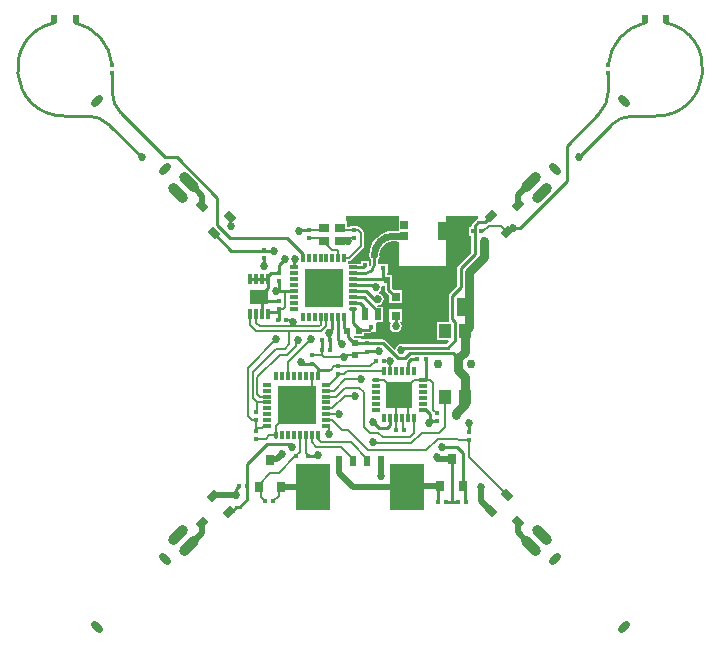
<source format=gtl>
%FSLAX25Y25*%
%MOIN*%
G70*
G01*
G75*
G04 Layer_Physical_Order=1*
G04 Layer_Color=255*
%ADD10C,0.01000*%
%ADD11C,0.02200*%
%ADD12C,0.01100*%
%ADD13R,0.02205X0.02677*%
%ADD14R,0.11811X0.15748*%
%ADD15R,0.01181X0.01575*%
%ADD16R,0.01575X0.01772*%
%ADD17R,0.01772X0.01575*%
%ADD18R,0.02362X0.01969*%
%ADD19R,0.01969X0.02362*%
%ADD20R,0.05315X0.05906*%
%ADD21R,0.01969X0.03937*%
%ADD22R,0.03100X0.03100*%
%ADD23R,0.03150X0.01181*%
%ADD24R,0.01181X0.03150*%
%ADD25O,0.01181X0.03150*%
%ADD26R,0.12598X0.12598*%
%ADD27R,0.12598X0.12598*%
%ADD28O,0.03150X0.01181*%
%ADD29R,0.02559X0.03740*%
G04:AMPARAMS|DCode=30|XSize=37.4mil|YSize=25.59mil|CornerRadius=0mil|HoleSize=0mil|Usage=FLASHONLY|Rotation=315.000|XOffset=0mil|YOffset=0mil|HoleType=Round|Shape=Rectangle|*
%AMROTATEDRECTD30*
4,1,4,-0.02227,0.00418,-0.00418,0.02227,0.02227,-0.00418,0.00418,-0.02227,-0.02227,0.00418,0.0*
%
%ADD30ROTATEDRECTD30*%

G04:AMPARAMS|DCode=31|XSize=37.4mil|YSize=25.59mil|CornerRadius=0mil|HoleSize=0mil|Usage=FLASHONLY|Rotation=225.000|XOffset=0mil|YOffset=0mil|HoleType=Round|Shape=Rectangle|*
%AMROTATEDRECTD31*
4,1,4,0.00418,0.02227,0.02227,0.00418,-0.00418,-0.02227,-0.02227,-0.00418,0.00418,0.02227,0.0*
%
%ADD31ROTATEDRECTD31*%

%ADD32R,0.03543X0.03150*%
%ADD33R,0.06299X0.05118*%
%ADD34R,0.01181X0.03543*%
%ADD35R,0.03150X0.06299*%
%ADD36R,0.03150X0.02559*%
%ADD37R,0.03937X0.04724*%
%ADD38R,0.02756X0.03150*%
%ADD39R,0.02362X0.03347*%
%ADD40C,0.03000*%
%ADD41C,0.00800*%
%ADD42C,0.02000*%
G04:AMPARAMS|DCode=43|XSize=35.43mil|YSize=78.74mil|CornerRadius=0mil|HoleSize=0mil|Usage=FLASHONLY|Rotation=45.000|XOffset=0mil|YOffset=0mil|HoleType=Round|Shape=Round|*
%AMOVALD43*
21,1,0.04331,0.03543,0.00000,0.00000,135.0*
1,1,0.03543,0.01531,-0.01531*
1,1,0.03543,-0.01531,0.01531*
%
%ADD43OVALD43*%

G04:AMPARAMS|DCode=44|XSize=47.24mil|YSize=23.62mil|CornerRadius=0mil|HoleSize=0mil|Usage=FLASHONLY|Rotation=45.000|XOffset=0mil|YOffset=0mil|HoleType=Round|Shape=Round|*
%AMOVALD44*
21,1,0.02362,0.02362,0.00000,0.00000,45.0*
1,1,0.02362,-0.00835,-0.00835*
1,1,0.02362,0.00835,0.00835*
%
%ADD44OVALD44*%

G04:AMPARAMS|DCode=45|XSize=47.24mil|YSize=23.62mil|CornerRadius=0mil|HoleSize=0mil|Usage=FLASHONLY|Rotation=315.000|XOffset=0mil|YOffset=0mil|HoleType=Round|Shape=Round|*
%AMOVALD45*
21,1,0.02362,0.02362,0.00000,0.00000,315.0*
1,1,0.02362,-0.00835,0.00835*
1,1,0.02362,0.00835,-0.00835*
%
%ADD45OVALD45*%

G04:AMPARAMS|DCode=46|XSize=35.43mil|YSize=78.74mil|CornerRadius=0mil|HoleSize=0mil|Usage=FLASHONLY|Rotation=315.000|XOffset=0mil|YOffset=0mil|HoleType=Round|Shape=Round|*
%AMOVALD46*
21,1,0.04331,0.03543,0.00000,0.00000,45.0*
1,1,0.03543,-0.01531,-0.01531*
1,1,0.03543,0.01531,0.01531*
%
%ADD46OVALD46*%

%ADD47O,0.02756X0.02953*%
%ADD48C,0.02953*%
%ADD49C,0.02700*%
G36*
X253543Y231496D02*
X244882D01*
Y240158D01*
X253543D01*
Y231496D01*
D02*
G37*
G36*
X275590Y294429D02*
X275161Y294343D01*
X274798Y294100D01*
X274798Y294100D01*
X273616Y292919D01*
X273373Y292555D01*
X273288Y292126D01*
X273288Y292126D01*
Y291653D01*
X272393D01*
Y288878D01*
X273288D01*
Y283142D01*
X268892Y278746D01*
X268649Y278382D01*
X268564Y277953D01*
X268564Y277953D01*
Y272118D01*
X266136Y269691D01*
X265893Y269327D01*
X265808Y268898D01*
X265808Y268898D01*
Y261024D01*
X265808Y261024D01*
X265893Y260594D01*
X265963Y260490D01*
X265727Y260049D01*
X261802D01*
Y254124D01*
X265665D01*
X265856Y253662D01*
X264890Y252696D01*
X250398D01*
X250000Y252776D01*
X249239Y252624D01*
X248594Y252193D01*
X248163Y251548D01*
X248055Y251005D01*
X247577Y250860D01*
X244494Y253943D01*
X244130Y254186D01*
X243701Y254271D01*
X243701Y254271D01*
X239970D01*
Y254439D01*
X237195D01*
Y254271D01*
X236427D01*
Y254734D01*
X234324D01*
X234212Y255004D01*
Y255275D01*
X234243Y255306D01*
D01*
X234243Y255306D01*
X237411D01*
Y256359D01*
X239173D01*
X239173Y256359D01*
X239602Y256444D01*
X239966Y256687D01*
X240159Y256880D01*
X241446D01*
Y259655D01*
X241446D01*
Y259676D01*
X241800Y260030D01*
X243907D01*
Y265167D01*
X242325D01*
X242000Y265492D01*
X242126Y265728D01*
X242887Y265880D01*
X243532Y266311D01*
X243963Y266956D01*
X244114Y267717D01*
X243963Y268477D01*
X243532Y269122D01*
X242887Y269553D01*
X242126Y269705D01*
X242122Y269704D01*
X242099Y269817D01*
X242744Y270248D01*
X243175Y270893D01*
X243327Y271654D01*
X243298Y271796D01*
X243576Y272212D01*
X243691Y272235D01*
X243691Y272235D01*
X243691Y272235D01*
X244548D01*
Y270817D01*
X244548Y270817D01*
X244633Y270387D01*
X244876Y270023D01*
X245882Y269018D01*
Y266304D01*
X250182D01*
Y270604D01*
X247468D01*
X246791Y271281D01*
Y272235D01*
X246860D01*
Y275797D01*
X245019D01*
Y276565D01*
X245384D01*
Y279340D01*
X242412D01*
D01*
X242412D01*
X242117Y279635D01*
Y280994D01*
X242171Y281030D01*
X242546Y281592D01*
X242678Y282256D01*
X242678D01*
X242655Y282281D01*
X242823Y283553D01*
X243324Y284762D01*
X244072Y285737D01*
X244139Y285782D01*
X244169Y285827D01*
X244954Y286430D01*
X245918Y286829D01*
X246900Y286958D01*
X246953Y286948D01*
X248613D01*
Y286802D01*
X249213D01*
Y278740D01*
X264961D01*
Y295276D01*
X275590D01*
Y294429D01*
D02*
G37*
G36*
X249213Y290561D02*
X248613D01*
Y290414D01*
X246953D01*
Y290417D01*
X245500Y290274D01*
X244102Y289850D01*
X242815Y289162D01*
X241686Y288235D01*
X241683Y288239D01*
X240630Y286957D01*
X239848Y285494D01*
X239367Y283906D01*
X239204Y282256D01*
X239212D01*
X239344Y281592D01*
X239719Y281030D01*
X239772Y280994D01*
Y279066D01*
X239773Y279062D01*
X239746Y278927D01*
X239284Y278736D01*
X239183Y278803D01*
Y280423D01*
X236408D01*
Y279537D01*
X236033D01*
Y279537D01*
X232096D01*
Y280280D01*
X232480D01*
X232871Y280357D01*
X233201Y280578D01*
X237335Y284712D01*
X237556Y285043D01*
X237634Y285433D01*
X237634Y285433D01*
X237634Y285433D01*
Y285433D01*
Y289764D01*
X237556Y290154D01*
X237335Y290485D01*
X236351Y291469D01*
X236020Y291690D01*
X235639Y291766D01*
Y292234D01*
X232865D01*
Y291768D01*
X231899D01*
Y293710D01*
X231496D01*
Y295276D01*
X249213D01*
Y290561D01*
D02*
G37*
%LPC*%
G36*
X250182Y264404D02*
X245882D01*
Y260104D01*
X246120D01*
X246356Y259663D01*
X246195Y259422D01*
X246043Y258661D01*
X246195Y257901D01*
X246626Y257256D01*
X247271Y256825D01*
X248031Y256673D01*
X248792Y256825D01*
X249437Y257256D01*
X249868Y257901D01*
X250020Y258661D01*
X249868Y259422D01*
X249437Y260067D01*
X249449Y260104D01*
X250182D01*
Y264404D01*
D02*
G37*
%LPD*%
D10*
X334646Y328740D02*
G03*
X337945Y359887I0J15748D01*
G01*
X326977Y328740D02*
G03*
X319906Y325811I0J-10000D01*
G01*
X315969Y329748D02*
G03*
X318898Y336819I-7071J7071D01*
G01*
X152535Y325811D02*
G03*
X145464Y328740I-7071J-7071D01*
G01*
X134496Y359887D02*
G03*
X137795Y328740I3300J-15398D01*
G01*
X153543Y336819D02*
G03*
X156472Y329748I10000J0D01*
G01*
X153483Y345861D02*
G03*
X141095Y359887I-15688J-1373D01*
G01*
X331346D02*
G03*
X318958Y345861I3300J-15398D01*
G01*
X269685Y271654D02*
Y277953D01*
X266929Y268898D02*
X269685Y271654D01*
X266929Y261024D02*
Y268898D01*
X267717Y253937D02*
Y260236D01*
X266929Y261024D02*
X267717Y260236D01*
X326977Y328740D02*
X334646D01*
X309055Y314961D02*
X319906Y325811D01*
X305118Y318898D02*
X315969Y329748D01*
X137795Y328740D02*
X145464D01*
X152535Y325811D02*
X163386Y314961D01*
X318898Y336819D02*
Y343110D01*
X153543Y336819D02*
Y343110D01*
X156472Y329748D02*
X171260Y314961D01*
X272441Y223425D02*
Y226378D01*
X215748Y290551D02*
X215945Y290748D01*
X219291D01*
X220669Y246260D02*
X222047Y244882D01*
X220079Y246260D02*
X220669D01*
X228937Y254134D02*
X230315Y252756D01*
X248031Y258661D02*
Y262254D01*
X259449Y227647D02*
X260127Y226969D01*
X205512Y263386D02*
X209055D01*
X216535Y246260D02*
X220079D01*
X212598Y219291D02*
X213386Y218504D01*
X205118Y219291D02*
X212598D01*
X243898Y274606D02*
Y277953D01*
X222163Y244094D02*
X225984D01*
X240551Y226772D02*
X242520Y224803D01*
X245276D01*
X246260Y225787D01*
Y227953D01*
X222047Y242126D02*
Y244882D01*
X252165Y243701D02*
Y246654D01*
X193307Y283858D02*
X208268D01*
X199606Y274410D02*
X201575D01*
X203543D01*
X205512D01*
X203543Y262598D02*
Y267520D01*
X233858Y266535D02*
X236221D01*
X237635Y265121D01*
X233858Y268504D02*
X237402D01*
X242323Y263583D01*
X233858Y270472D02*
X238189D01*
X241486Y267176D01*
X245276Y274016D02*
X245669Y273622D01*
Y270817D02*
Y273622D01*
X233858Y274409D02*
X245079D01*
X233858Y278346D02*
X237205D01*
X237795Y278937D01*
X237635Y262598D02*
Y265121D01*
X233858Y259842D02*
Y264567D01*
X264764Y200000D02*
X268701D01*
X266732Y200197D02*
Y214567D01*
X271260Y200197D02*
X271457Y200000D01*
X271260Y200197D02*
Y204724D01*
X262008Y200000D02*
X262205Y200197D01*
Y204724D01*
X245669Y270817D02*
X248031Y268454D01*
X247244Y261467D02*
X248031Y262254D01*
X230906Y258071D02*
Y261614D01*
Y258071D02*
X231890Y257087D01*
X239173Y257480D02*
X239961Y258268D01*
X236221Y257480D02*
X239173D01*
X233858Y259842D02*
X236221Y257480D01*
X232258Y255143D02*
X233858Y253543D01*
X232258Y255143D02*
Y256718D01*
X228937Y254134D02*
Y261614D01*
X242520Y258071D02*
X242717Y258268D01*
X226969Y257677D02*
Y261614D01*
X225984Y256693D02*
X226969Y257677D01*
X225984Y254331D02*
Y256299D01*
X226181Y250787D02*
Y253937D01*
X233858Y272441D02*
X241339D01*
X223425Y250787D02*
Y253937D01*
X209055Y260827D02*
Y263386D01*
Y264370D01*
X209252Y270472D02*
X211024D01*
X214173D01*
X209055Y270669D02*
Y273819D01*
X203937Y267126D02*
X209055D01*
X206496Y276575D02*
X209055D01*
X205512Y275590D02*
X206496Y276575D01*
X205512Y271457D02*
Y274410D01*
X202559Y268504D02*
X205512Y271457D01*
X270472Y205512D02*
Y216535D01*
X268504Y218504D02*
X270472Y216535D01*
X263386Y218504D02*
X268504D01*
X260127Y226969D02*
X261811D01*
X259449Y227647D02*
Y229528D01*
X258071Y230906D02*
X259449Y229528D01*
X218898Y215354D02*
X221654D01*
X209055Y276575D02*
Y279134D01*
X211024Y281102D01*
X204331Y278740D02*
Y281299D01*
X187402Y289764D02*
X193307Y283858D01*
X192913Y288189D02*
X211811D01*
X188583Y292520D02*
X192913Y288189D01*
X188583Y292520D02*
Y301575D01*
X175197Y314961D02*
X188583Y301575D01*
X171260Y314961D02*
X175197D01*
X252165Y246654D02*
X253150Y247638D01*
X255315D01*
X258071Y240945D02*
Y247638D01*
X243701Y253150D02*
X248819Y248031D01*
X251181D01*
X252756Y249606D01*
X267323D01*
X268898Y248031D01*
X214173Y278346D02*
Y280709D01*
X217126Y281299D02*
Y282874D01*
X211811Y288189D02*
X217126Y282874D01*
X269685Y277953D02*
X274410Y282677D01*
X263386Y290551D02*
X265354Y292520D01*
X266929D01*
X305118Y307087D02*
Y318898D01*
X289567Y291535D02*
X305118Y307087D01*
X287205Y291535D02*
X289567D01*
X274410Y292126D02*
X275590Y293307D01*
X277953D01*
X279921Y295276D01*
X276634Y290265D02*
X276905D01*
X265354Y251575D02*
X267717Y253937D01*
X250394Y251575D02*
X265354D01*
X274410Y282677D02*
Y292126D01*
X234646Y253150D02*
X243701D01*
X198622Y212795D02*
X205118Y219291D01*
X193701Y197244D02*
X194882Y198425D01*
X194882Y204528D02*
X195866Y205512D01*
X194882Y202362D02*
Y204528D01*
X194882Y198425D02*
X196063D01*
X198622Y200984D01*
Y212795D01*
X238779Y250394D02*
X242520D01*
D11*
X246953Y288681D02*
G03*
X242913Y287008I0J-5713D01*
G01*
D02*
G03*
X240945Y282256I4752J-4752D01*
G01*
X246953Y288681D02*
X250787D01*
D12*
X238257Y276378D02*
G03*
X240158Y277165I0J2688D01*
G01*
D02*
G03*
X240945Y279066I-1901J1901D01*
G01*
Y282256D01*
X233858Y276378D02*
X238257D01*
D13*
X134252Y361024D02*
D03*
X141339D02*
D03*
X338189D02*
D03*
X331102D02*
D03*
D14*
X251969Y205118D02*
D03*
X220472D02*
D03*
D15*
X218898Y215354D02*
D03*
X214961D02*
D03*
D16*
X209055Y276575D02*
D03*
Y273819D02*
D03*
X238583Y250197D02*
D03*
Y252953D02*
D03*
X237795Y281693D02*
D03*
Y278937D02*
D03*
X209055Y264370D02*
D03*
Y267126D02*
D03*
X201575Y223819D02*
D03*
Y221063D02*
D03*
X219291Y290748D02*
D03*
Y287992D02*
D03*
X234252D02*
D03*
Y290748D02*
D03*
X261811Y229724D02*
D03*
Y226969D02*
D03*
X220079Y249016D02*
D03*
Y246260D02*
D03*
X318898Y343110D02*
D03*
Y345866D02*
D03*
X153543Y343110D02*
D03*
Y345866D02*
D03*
X204331Y281299D02*
D03*
Y284055D02*
D03*
X272441Y223425D02*
D03*
Y220669D02*
D03*
X201575Y230118D02*
D03*
Y227362D02*
D03*
X228740Y242717D02*
D03*
Y245472D02*
D03*
D17*
X246654Y277953D02*
D03*
X243898D02*
D03*
X239961Y258268D02*
D03*
X242717D02*
D03*
X223425Y250787D02*
D03*
X226181D02*
D03*
X223425Y253937D02*
D03*
X226181D02*
D03*
X207283Y200394D02*
D03*
X204528D02*
D03*
X268701Y200000D02*
D03*
X271457D02*
D03*
X262008D02*
D03*
X264764D02*
D03*
X258071Y247638D02*
D03*
X255315D02*
D03*
X248228Y224016D02*
D03*
X250984D02*
D03*
X276634Y290265D02*
D03*
X273879D02*
D03*
X195866Y205512D02*
D03*
X198622D02*
D03*
X211614Y260630D02*
D03*
X208858D02*
D03*
X244291Y247244D02*
D03*
X241535D02*
D03*
D18*
X234646Y249213D02*
D03*
Y253150D02*
D03*
D19*
X249213Y274016D02*
D03*
X245276D02*
D03*
X235827Y257087D02*
D03*
X231890D02*
D03*
D20*
X262697Y264961D02*
D03*
X271161D02*
D03*
D21*
X237992Y262598D02*
D03*
X242323D02*
D03*
D22*
X248031Y268454D02*
D03*
Y262254D02*
D03*
D23*
X205315Y225394D02*
D03*
Y227362D02*
D03*
Y229331D02*
D03*
Y231299D02*
D03*
Y233268D02*
D03*
Y235236D02*
D03*
Y237205D02*
D03*
Y239173D02*
D03*
X225000D02*
D03*
Y237205D02*
D03*
Y235236D02*
D03*
Y233268D02*
D03*
Y231299D02*
D03*
Y229331D02*
D03*
Y227362D02*
D03*
Y225394D02*
D03*
X233858Y266535D02*
D03*
Y268504D02*
D03*
Y270472D02*
D03*
Y272441D02*
D03*
Y274409D02*
D03*
Y276378D02*
D03*
Y278346D02*
D03*
X214173D02*
D03*
Y276378D02*
D03*
Y274409D02*
D03*
Y272441D02*
D03*
Y270472D02*
D03*
Y268504D02*
D03*
Y266535D02*
D03*
Y264567D02*
D03*
X241339Y238779D02*
D03*
Y236811D02*
D03*
Y234842D02*
D03*
Y232874D02*
D03*
Y230906D02*
D03*
X257087D02*
D03*
Y232874D02*
D03*
Y234842D02*
D03*
Y236811D02*
D03*
Y238779D02*
D03*
Y240748D02*
D03*
D24*
X208268Y242126D02*
D03*
X210236D02*
D03*
X212205D02*
D03*
X214173D02*
D03*
X216142D02*
D03*
X218110D02*
D03*
X220079D02*
D03*
X222047D02*
D03*
Y222441D02*
D03*
X220079D02*
D03*
X218110D02*
D03*
X216142D02*
D03*
X214173D02*
D03*
X212205D02*
D03*
X210236D02*
D03*
X230906Y281299D02*
D03*
X228937D02*
D03*
X226969D02*
D03*
X225000D02*
D03*
X223031D02*
D03*
X221063D02*
D03*
X219094D02*
D03*
X217126D02*
D03*
Y261614D02*
D03*
X219094D02*
D03*
X221063D02*
D03*
X223031D02*
D03*
X225000D02*
D03*
X226969D02*
D03*
X228937D02*
D03*
X230906D02*
D03*
X244291Y227953D02*
D03*
X246260D02*
D03*
X248228D02*
D03*
X250197D02*
D03*
X252165D02*
D03*
X254134D02*
D03*
Y243701D02*
D03*
X252165D02*
D03*
X250197D02*
D03*
X248228D02*
D03*
X246260D02*
D03*
X244291D02*
D03*
D25*
X208268Y222441D02*
D03*
D26*
X215158Y232283D02*
D03*
D27*
X224016Y271457D02*
D03*
D28*
X233858Y264567D02*
D03*
X241339Y240748D02*
D03*
D29*
X206102Y214173D02*
D03*
X209842Y205118D02*
D03*
X202362D02*
D03*
X262992Y205512D02*
D03*
X270472D02*
D03*
X266732Y214567D02*
D03*
D30*
X285039Y202362D02*
D03*
X279750Y197073D02*
D03*
X288798Y193315D02*
D03*
X183643Y298811D02*
D03*
X192691Y295053D02*
D03*
X187402Y289764D02*
D03*
D31*
X183472Y193092D02*
D03*
X187230Y202140D02*
D03*
X192520Y196850D02*
D03*
X279921Y295276D02*
D03*
X285211Y289986D02*
D03*
X288969Y299034D02*
D03*
D32*
X229528Y287205D02*
D03*
Y291535D02*
D03*
X224016Y287205D02*
D03*
Y291535D02*
D03*
D33*
X202559Y268504D02*
D03*
D34*
X199606Y262598D02*
D03*
X201575D02*
D03*
X203543D02*
D03*
X205512D02*
D03*
X199606Y274410D02*
D03*
X201575D02*
D03*
X203543D02*
D03*
X205512D02*
D03*
D35*
X263386Y290551D02*
D03*
D36*
X250787Y288681D02*
D03*
Y292421D02*
D03*
D37*
X271063Y257087D02*
D03*
X264370D02*
D03*
X271063Y235039D02*
D03*
X264370D02*
D03*
D38*
X247835Y198917D02*
D03*
X224606D02*
D03*
D39*
X243307Y213779D02*
D03*
X238583D02*
D03*
X229134D02*
D03*
X233858D02*
D03*
D40*
X277559Y281890D02*
Y287008D01*
X271063Y235039D02*
Y241929D01*
X268898Y244094D02*
X271063Y241929D01*
X268898Y244094D02*
Y248031D01*
X271063Y250197D01*
Y257087D01*
X272441Y258465D01*
Y276772D02*
X277559Y281890D01*
X268110Y229134D02*
Y229921D01*
X271063Y232874D01*
X272441Y258465D02*
Y276772D01*
D41*
X269094Y220669D02*
X272441D01*
X235039Y249606D02*
X237992D01*
X238583Y250197D01*
X224016Y248425D02*
X229528D01*
X220079Y249016D02*
X223425D01*
Y250787D01*
Y249016D02*
X224016Y248425D01*
X201575Y224803D02*
X203543D01*
X231102Y238189D02*
X235827D01*
X228150Y235236D02*
X231102Y238189D01*
X225000Y235236D02*
X228150D01*
X231102Y240945D02*
X236614D01*
X227362Y237205D02*
X231102Y240945D01*
X225000Y237205D02*
X227362D01*
X231102Y235433D02*
X234646D01*
X237402Y225197D02*
Y236614D01*
X235827Y238189D02*
X237402Y236614D01*
X232234Y224065D02*
X238976Y217323D01*
X230266Y224065D02*
X232234D01*
X226969Y231299D02*
X231102Y235433D01*
X225000Y231299D02*
X226969D01*
X226969Y227362D02*
X230266Y224065D01*
X225000Y227362D02*
X226969D01*
X209449Y249213D02*
X211811D01*
X201969Y241732D02*
X209449Y249213D01*
X201969Y236221D02*
Y241732D01*
X208268Y251181D02*
X211024D01*
X200394Y243307D02*
X208268Y251181D01*
X200394Y234646D02*
Y243307D01*
X198819Y244882D02*
X208268Y254331D01*
X198819Y228740D02*
Y244882D01*
X237402Y225197D02*
X239370Y223228D01*
X202756Y258661D02*
X222441D01*
X212598Y252756D02*
Y257087D01*
X211024Y251181D02*
X212598Y252756D01*
X214764Y252165D02*
Y253346D01*
X211811Y249213D02*
X214764Y252165D01*
X212205Y242126D02*
Y246850D01*
X219685Y254331D01*
X198819Y228740D02*
X200197Y227362D01*
X201575D01*
X200394Y234646D02*
X201772Y233268D01*
X201969Y236221D02*
X202953Y235236D01*
X201772Y230315D02*
Y233268D01*
X205315D01*
X226378Y244094D02*
X227559Y245276D01*
X239567D01*
X250394Y224606D02*
X250984Y224016D01*
X250394Y224606D02*
Y227756D01*
X250197Y227953D02*
X250394Y227756D01*
X243701Y221654D02*
X252756D01*
X242126Y223228D02*
X243701Y221654D01*
X239370Y223228D02*
X242126D01*
X202953Y235236D02*
X205315D01*
X225000Y229331D02*
X229134D01*
X241339Y240748D02*
X244291D01*
X254134D02*
X257087D01*
X244291D02*
X245669Y239370D01*
X252756D02*
X254134Y240748D01*
X248228Y227953D02*
Y232087D01*
X252165Y227953D02*
Y232087D01*
X251575Y232677D02*
X252165Y232087D01*
X248228Y232087D02*
X248819Y232677D01*
X245669Y239370D02*
X250000D01*
X252756D01*
X248819Y232677D02*
X250000D01*
X251575D01*
X208268Y222441D02*
Y225393D01*
X220079Y237204D02*
Y242126D01*
X208268Y225393D02*
X215158Y232283D01*
X220079Y237204D01*
X230906Y281299D02*
X232480D01*
X236614Y285433D01*
X228937Y281299D02*
Y283661D01*
X226772Y284252D02*
X228346D01*
X228937Y283661D01*
X224803Y286221D02*
X226772Y284252D01*
X219291Y287992D02*
X223228D01*
X219291Y290748D02*
X223228D01*
X230315D02*
X234252D01*
X236614Y285433D02*
Y289764D01*
X235630Y290748D02*
X236614Y289764D01*
X234252Y290748D02*
X235630D01*
X223031Y259252D02*
Y261614D01*
X222441Y258661D02*
X223031Y259252D01*
X225000Y258858D02*
Y261614D01*
X225984Y254331D02*
X226378Y253937D01*
X201575Y257087D02*
X223228D01*
X225000Y258858D01*
X201575Y259842D02*
X202756Y258661D01*
X201575Y259842D02*
Y262598D01*
X199606Y259055D02*
X201575Y257087D01*
X199606Y259055D02*
Y262598D01*
X211614Y260630D02*
X213386D01*
X209055Y264370D02*
X209252Y264567D01*
X210630D01*
X211024Y264961D01*
Y270472D01*
X201575Y221063D02*
X201772Y221260D01*
X204724D01*
X205906Y222441D01*
X208268D01*
X203543Y224803D02*
X204134Y225394D01*
X201575Y223819D02*
Y224803D01*
Y227362D01*
X204134Y225394D02*
X205315D01*
X257087Y240748D02*
X259646D01*
X214567Y215354D02*
X214961D01*
X209055Y209842D02*
X214567Y215354D01*
X206299Y209842D02*
X209055D01*
X202362Y205906D02*
X206299Y209842D01*
X218110Y216535D02*
Y222441D01*
Y216535D02*
X218898Y215748D01*
X216142Y216929D02*
Y222441D01*
X222047Y221260D02*
Y222441D01*
Y221260D02*
X223228Y220079D01*
X203150Y201772D02*
X204528Y200394D01*
X203150Y201772D02*
Y204331D01*
X214567Y215354D02*
X216142Y216929D01*
X207283Y200394D02*
X209055Y202165D01*
Y204331D01*
X223228Y220079D02*
X233071D01*
X229921Y218504D02*
X234252Y214173D01*
X220079Y220079D02*
Y222441D01*
Y220079D02*
X221654Y218504D01*
X229921D01*
X233071Y220079D02*
X238976Y214173D01*
X248228Y224410D02*
Y227953D01*
X225984Y222835D02*
Y225197D01*
X254134Y223031D02*
Y227953D01*
X252756Y221654D02*
X254134Y223031D01*
X238976Y217323D02*
X258268D01*
X262205Y221260D01*
X268504D01*
X269094Y220669D01*
X259646Y240748D02*
X260630Y239764D01*
Y230906D02*
X261811Y229724D01*
X260630Y230906D02*
Y239764D01*
X262598Y223228D02*
X264370Y225000D01*
Y235039D01*
X240945Y219685D02*
X253150D01*
X256693Y223228D01*
X262598D01*
X231890Y243701D02*
X244291D01*
X230906Y242717D02*
X231890Y243701D01*
X228740Y242717D02*
X230906D01*
X228740Y242126D02*
Y242717D01*
X225787Y239173D02*
X228740Y242126D01*
X239567Y245276D02*
X241535Y247244D01*
X246260Y243701D02*
Y247047D01*
X283148Y292049D02*
X285211Y289986D01*
X279056Y292049D02*
X283148D01*
X277273Y290265D02*
X279056Y292049D01*
X272441Y214961D02*
Y220669D01*
Y214961D02*
X285039Y202362D01*
X229528Y248425D02*
X230315Y249213D01*
X234646D01*
X230315Y287992D02*
X234252D01*
X250000Y232677D02*
Y239370D01*
D42*
X208661Y214567D02*
X210236Y216142D01*
X233858Y205118D02*
X249606D01*
X229134Y209842D02*
X233858Y205118D01*
X229134Y209842D02*
Y213779D01*
X243307Y208957D02*
Y213779D01*
X252362Y205512D02*
X262992D01*
X206496Y214567D02*
X208661D01*
X209842Y205118D02*
X220472D01*
X183643Y298811D02*
Y302183D01*
X179134Y306693D02*
X183643Y302183D01*
X288969Y299034D02*
Y302355D01*
X293307Y306693D01*
X249606Y205118D02*
X250787Y206299D01*
X179134Y185433D02*
X183472Y189771D01*
Y193092D01*
X288798Y189943D02*
Y193315D01*
Y189943D02*
X293307Y185433D01*
X187453Y202362D02*
X194882D01*
X276378Y200445D02*
Y205118D01*
Y200445D02*
X279750Y197073D01*
X261811Y214567D02*
X266732D01*
D43*
X175591Y303150D02*
D03*
X179134Y306693D02*
D03*
X293307Y185433D02*
D03*
X296850Y188976D02*
D03*
D44*
X148425Y333858D02*
D03*
X171260Y311024D02*
D03*
X301181Y181102D02*
D03*
X324016Y158268D02*
D03*
D45*
X301181Y311024D02*
D03*
X324016Y333858D02*
D03*
X171260Y181102D02*
D03*
X148425Y158268D02*
D03*
D46*
X296850Y303150D02*
D03*
X293307Y306693D02*
D03*
X175591Y188976D02*
D03*
X179134Y185433D02*
D03*
D47*
X262303Y246063D02*
D03*
D48*
X273130D02*
D03*
D49*
X249213Y235433D02*
D03*
X230709Y248425D02*
D03*
X248031Y258661D02*
D03*
X230315Y252756D02*
D03*
X208268Y254331D02*
D03*
X255512Y200787D02*
D03*
X215354Y253937D02*
D03*
X247244Y281102D02*
D03*
X266929Y286614D02*
D03*
Y292520D02*
D03*
X262205Y277165D02*
D03*
X257087D02*
D03*
X251969D02*
D03*
X247244Y285039D02*
D03*
X239370Y288583D02*
D03*
X242520Y291339D02*
D03*
X246457Y292520D02*
D03*
X219685Y254331D02*
D03*
X216535Y246850D02*
D03*
X240551Y226772D02*
D03*
X259055Y226378D02*
D03*
X207480Y283858D02*
D03*
X243307Y208661D02*
D03*
X229134Y229331D02*
D03*
X248425Y200787D02*
D03*
X251969D02*
D03*
X220472Y209449D02*
D03*
X216929D02*
D03*
X255512D02*
D03*
X251969D02*
D03*
X248425D02*
D03*
X224016D02*
D03*
X216929Y200787D02*
D03*
X224016D02*
D03*
X220472D02*
D03*
X232283Y287008D02*
D03*
X242126Y267717D02*
D03*
X241339Y271654D02*
D03*
X219685Y275590D02*
D03*
X261811Y214961D02*
D03*
X225984Y256299D02*
D03*
X215748Y290551D02*
D03*
X213779Y260236D02*
D03*
X208268Y270472D02*
D03*
X246063Y247244D02*
D03*
X225984Y222835D02*
D03*
X263386Y218504D02*
D03*
X240551Y220079D02*
D03*
X213386Y218504D02*
D03*
X215158Y232283D02*
D03*
X210236Y216142D02*
D03*
X222047Y215748D02*
D03*
X236614Y240945D02*
D03*
X250000Y250787D02*
D03*
X234646Y235433D02*
D03*
X211024Y281102D02*
D03*
X204331Y278740D02*
D03*
X193307Y292126D02*
D03*
X194882Y202362D02*
D03*
X163386Y314961D02*
D03*
X272441Y226378D02*
D03*
X257480Y259449D02*
D03*
X252756Y254724D02*
D03*
X257480D02*
D03*
X214567Y281102D02*
D03*
X252756Y259449D02*
D03*
X277559Y287008D02*
D03*
X287205Y291535D02*
D03*
X266929Y281102D02*
D03*
X309055Y314961D02*
D03*
X268110Y229134D02*
D03*
X276378Y205118D02*
D03*
X228346Y275590D02*
D03*
Y267323D02*
D03*
X219685D02*
D03*
X242520Y250394D02*
D03*
M02*

</source>
